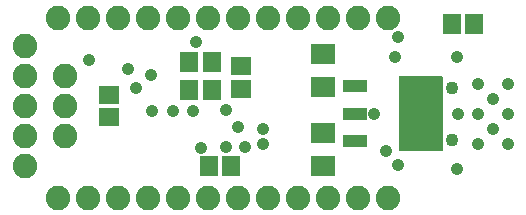
<source format=gbr>
G04 EAGLE Gerber RS-274X export*
G75*
%MOMM*%
%FSLAX34Y34*%
%LPD*%
%INSoldermask Bottom*%
%IPPOS*%
%AMOC8*
5,1,8,0,0,1.08239X$1,22.5*%
G01*
%ADD10R,1.703200X1.503200*%
%ADD11R,1.503200X1.703200*%
%ADD12C,1.103200*%
%ADD13R,2.103200X1.103200*%
%ADD14R,2.103200X3.403200*%
%ADD15R,2.003200X1.803200*%
%ADD16C,2.082800*%
%ADD17C,1.061200*%

G36*
X370898Y56143D02*
X370898Y56143D01*
X370956Y56141D01*
X371038Y56163D01*
X371122Y56175D01*
X371175Y56199D01*
X371231Y56213D01*
X371304Y56256D01*
X371381Y56291D01*
X371426Y56329D01*
X371476Y56359D01*
X371534Y56420D01*
X371598Y56475D01*
X371630Y56523D01*
X371670Y56566D01*
X371709Y56641D01*
X371756Y56711D01*
X371773Y56767D01*
X371800Y56819D01*
X371811Y56887D01*
X371841Y56982D01*
X371844Y57082D01*
X371855Y57150D01*
X371855Y118110D01*
X371848Y118161D01*
X371849Y118181D01*
X371848Y118185D01*
X371849Y118226D01*
X371827Y118308D01*
X371815Y118392D01*
X371792Y118445D01*
X371777Y118501D01*
X371734Y118574D01*
X371699Y118651D01*
X371661Y118696D01*
X371632Y118746D01*
X371570Y118804D01*
X371516Y118868D01*
X371467Y118900D01*
X371424Y118940D01*
X371349Y118979D01*
X371279Y119026D01*
X371223Y119043D01*
X371171Y119070D01*
X371103Y119081D01*
X371008Y119111D01*
X370908Y119114D01*
X370840Y119125D01*
X335280Y119125D01*
X335222Y119117D01*
X335164Y119119D01*
X335082Y119097D01*
X334999Y119085D01*
X334945Y119062D01*
X334889Y119047D01*
X334816Y119004D01*
X334739Y118969D01*
X334694Y118931D01*
X334644Y118902D01*
X334586Y118840D01*
X334522Y118786D01*
X334490Y118737D01*
X334450Y118694D01*
X334411Y118619D01*
X334365Y118549D01*
X334347Y118493D01*
X334320Y118441D01*
X334309Y118373D01*
X334279Y118278D01*
X334276Y118178D01*
X334265Y118110D01*
X334265Y57150D01*
X334273Y57092D01*
X334271Y57034D01*
X334293Y56952D01*
X334305Y56869D01*
X334329Y56815D01*
X334343Y56759D01*
X334386Y56686D01*
X334421Y56609D01*
X334459Y56564D01*
X334489Y56514D01*
X334550Y56456D01*
X334605Y56392D01*
X334653Y56360D01*
X334696Y56320D01*
X334771Y56281D01*
X334841Y56235D01*
X334897Y56217D01*
X334949Y56190D01*
X335017Y56179D01*
X335112Y56149D01*
X335212Y56146D01*
X335280Y56135D01*
X370840Y56135D01*
X370898Y56143D01*
G37*
D10*
X88900Y103480D03*
X88900Y84480D03*
D11*
X192380Y43180D03*
X173380Y43180D03*
D12*
X379410Y65630D03*
X379410Y109630D03*
D13*
X297160Y64630D03*
X297160Y87630D03*
X297160Y110630D03*
D14*
X358160Y87630D03*
D15*
X270510Y138490D03*
X270510Y110490D03*
X270510Y43120D03*
X270510Y71120D03*
D16*
X17780Y144780D03*
X17780Y119380D03*
X17780Y93980D03*
X17780Y68580D03*
X17780Y43180D03*
X45720Y168910D03*
X71120Y168910D03*
X96520Y168910D03*
X121920Y168910D03*
X147320Y168910D03*
X172720Y168910D03*
X198120Y168910D03*
X223520Y168910D03*
X248920Y168910D03*
X274320Y168910D03*
X274320Y16510D03*
X248920Y16510D03*
X223520Y16510D03*
X198120Y16510D03*
X172720Y16510D03*
X147320Y16510D03*
X121920Y16510D03*
X96520Y16510D03*
X71120Y16510D03*
X45720Y16510D03*
X299720Y16510D03*
X325120Y16510D03*
X299720Y168910D03*
X325120Y168910D03*
D10*
X200660Y127610D03*
X200660Y108610D03*
D11*
X175870Y131380D03*
X175870Y107380D03*
X156870Y107380D03*
X156870Y131380D03*
X398120Y163830D03*
X379120Y163830D03*
D16*
X52070Y68580D03*
X52070Y93980D03*
X52070Y119380D03*
D17*
X384490Y87630D03*
X313370Y87630D03*
X219809Y62230D03*
X401320Y87630D03*
X383540Y135890D03*
X401320Y113030D03*
X414020Y100330D03*
X426720Y87630D03*
X426720Y113030D03*
X426720Y62230D03*
X414020Y74930D03*
X401320Y62230D03*
X383540Y40640D03*
X160020Y90170D03*
X166596Y58528D03*
X333560Y44260D03*
X111760Y109220D03*
X323850Y55880D03*
X331470Y135890D03*
X188375Y59464D03*
X219710Y74930D03*
X124460Y120650D03*
X162391Y148364D03*
X125730Y90170D03*
X105410Y125730D03*
X187680Y90450D03*
X143510Y90170D03*
X198120Y76200D03*
X204090Y59610D03*
X72390Y133350D03*
X334010Y152400D03*
M02*

</source>
